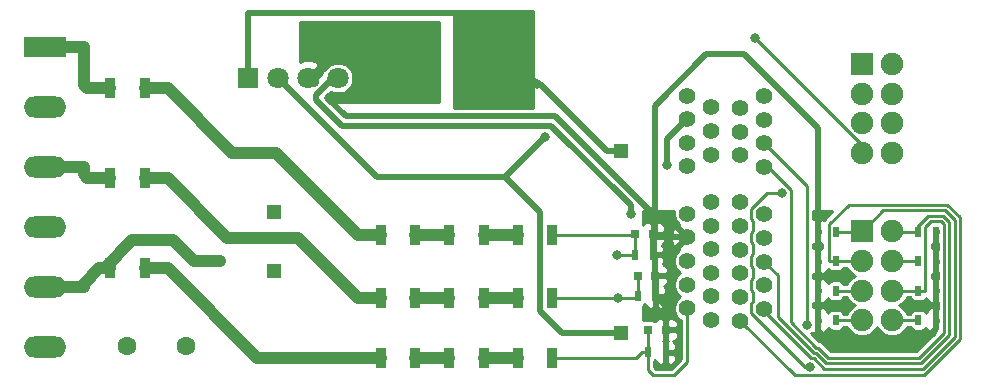
<source format=gbl>
G04 #@! TF.GenerationSoftware,KiCad,Pcbnew,(2018-02-15 revision 29b28de31)-makepkg*
G04 #@! TF.CreationDate,2019-05-03T22:38:47+03:00*
G04 #@! TF.ProjectId,din_power_atm90e26,64696E5F706F7765725F61746D393065,rev?*
G04 #@! TF.SameCoordinates,Original*
G04 #@! TF.FileFunction,Copper,L2,Bot,Signal*
G04 #@! TF.FilePolarity,Positive*
%FSLAX46Y46*%
G04 Gerber Fmt 4.6, Leading zero omitted, Abs format (unit mm)*
G04 Created by KiCad (PCBNEW (2018-02-15 revision 29b28de31)-makepkg) date 05/03/19 22:38:47*
%MOMM*%
%LPD*%
G01*
G04 APERTURE LIST*
%ADD10C,1.422400*%
%ADD11C,1.600000*%
%ADD12C,1.800000*%
%ADD13R,1.800000X1.800000*%
%ADD14R,1.308000X1.308000*%
%ADD15R,1.900000X1.900000*%
%ADD16C,1.900000*%
%ADD17O,3.600000X1.800000*%
%ADD18R,3.600000X1.800000*%
%ADD19R,0.500000X0.900000*%
%ADD20R,0.900000X1.700000*%
%ADD21R,0.800000X0.750000*%
%ADD22C,0.800000*%
%ADD23C,0.500000*%
%ADD24C,1.000000*%
%ADD25C,0.250000*%
%ADD26C,0.254000*%
G04 APERTURE END LIST*
D10*
X169378000Y-62367400D03*
X169378000Y-64367400D03*
X169378000Y-66367400D03*
X169378000Y-68367400D03*
X169378000Y-70367400D03*
X169378000Y-72367400D03*
X171378000Y-71367400D03*
X171378000Y-69367400D03*
X171378000Y-67367400D03*
X171378000Y-65367400D03*
X171378000Y-63367400D03*
X166878000Y-72317400D03*
X166878000Y-70317400D03*
X166878000Y-68317400D03*
X166878000Y-66317400D03*
X166878000Y-64317400D03*
X166878000Y-62317400D03*
X164878000Y-63317400D03*
X164878000Y-65317400D03*
X164878000Y-67317400D03*
X164878000Y-69317400D03*
X164878000Y-71317400D03*
X171378000Y-53367400D03*
X171378000Y-55367400D03*
X171378000Y-57367400D03*
X171378000Y-59367400D03*
X169378000Y-58367400D03*
X169378000Y-56367400D03*
X169378000Y-54367400D03*
X164878000Y-59317400D03*
X164878000Y-57317400D03*
X164878000Y-55317400D03*
X164878000Y-53317400D03*
X166878000Y-54317400D03*
X166878000Y-56317400D03*
X166878000Y-58317400D03*
D11*
X117450000Y-74500000D03*
X122450000Y-74500000D03*
D12*
X135310000Y-51850000D03*
X132770000Y-51850000D03*
X130230000Y-51850000D03*
D13*
X127690000Y-51850000D03*
D14*
X159288000Y-73389000D03*
X159288000Y-57989000D03*
X129888000Y-68189000D03*
X129888000Y-63189000D03*
D15*
X179705000Y-64823400D03*
D16*
X179705000Y-67323400D03*
X179705000Y-69823400D03*
X179705000Y-72323400D03*
X182205000Y-64823400D03*
X182205000Y-67323400D03*
X182205000Y-69823400D03*
X182205000Y-72323400D03*
X182205000Y-58150000D03*
X182205000Y-55650000D03*
X182205000Y-53150000D03*
X182205000Y-50650000D03*
X179705000Y-58150000D03*
X179705000Y-55650000D03*
X179705000Y-53150000D03*
D15*
X179705000Y-50650000D03*
D17*
X110490000Y-74574400D03*
X110490000Y-69494400D03*
X110490000Y-64414400D03*
X110490000Y-59334400D03*
X110490000Y-54254400D03*
D18*
X110490000Y-49174400D03*
D19*
X185950000Y-64825000D03*
X184450000Y-64825000D03*
X185950000Y-72325000D03*
X184450000Y-72325000D03*
X185950000Y-69825000D03*
X184450000Y-69825000D03*
X175950000Y-72325000D03*
X177450000Y-72325000D03*
X175950000Y-69825000D03*
X177450000Y-69825000D03*
X175950000Y-67325000D03*
X177450000Y-67325000D03*
X184450000Y-67325000D03*
X185950000Y-67325000D03*
X175950000Y-64825000D03*
X177450000Y-64825000D03*
D20*
X144750000Y-65100000D03*
X147650000Y-65100000D03*
X150550000Y-75550000D03*
X153450000Y-75550000D03*
X153450000Y-70450000D03*
X150550000Y-70450000D03*
X153450000Y-65100000D03*
X150550000Y-65100000D03*
X147650000Y-75550000D03*
X144750000Y-75550000D03*
X144750000Y-70450000D03*
X147650000Y-70450000D03*
X141850000Y-70450000D03*
X138950000Y-70450000D03*
X138950000Y-75550000D03*
X141850000Y-75550000D03*
X118950000Y-67950000D03*
X116050000Y-67950000D03*
X118950000Y-52700000D03*
X116050000Y-52700000D03*
X138950000Y-65100000D03*
X141850000Y-65100000D03*
X118950000Y-60300000D03*
X116050000Y-60300000D03*
D21*
X163050000Y-73150000D03*
X161550000Y-73150000D03*
X162000000Y-65050000D03*
X160500000Y-65050000D03*
X162200000Y-68550000D03*
X160700000Y-68550000D03*
D19*
X163050000Y-75050000D03*
X161550000Y-75050000D03*
X162000000Y-66800000D03*
X160500000Y-66800000D03*
X162200000Y-70300000D03*
X160700000Y-70300000D03*
D22*
X150000000Y-46500000D03*
X150000000Y-47750000D03*
X150000000Y-49000000D03*
X146000000Y-49000000D03*
X146000000Y-47750000D03*
X146000000Y-46500000D03*
X143250000Y-52800000D03*
X143250000Y-51575000D03*
X143250000Y-50350000D03*
X139475000Y-52675000D03*
X139475000Y-51500000D03*
X139475000Y-50325000D03*
X125368300Y-67343700D03*
X152883500Y-56809500D03*
X152178200Y-52365300D03*
X160113700Y-63317400D03*
X174997500Y-72730200D03*
X158950000Y-66850000D03*
X159000000Y-70450000D03*
X163185900Y-59225800D03*
X172926600Y-61586700D03*
X175299600Y-76275900D03*
X170649800Y-48419300D03*
D23*
X136006001Y-53300001D02*
X136760001Y-52546001D01*
X134605693Y-53291695D02*
X134613999Y-53300001D01*
X133859999Y-51153999D02*
X133859999Y-51397231D01*
X133277308Y-52357308D02*
X132770000Y-51850000D01*
X134408694Y-53488694D02*
X134605693Y-53291695D01*
X161811500Y-63188500D02*
X153681900Y-55058900D01*
X133419990Y-51837240D02*
X133419990Y-52214626D01*
X134613999Y-53300001D02*
X136006001Y-53300001D01*
X162135100Y-59239400D02*
X162135100Y-62864900D01*
X162135100Y-62864900D02*
X161811500Y-63188500D01*
X135978900Y-55058900D02*
X134408694Y-53488694D01*
X153681900Y-55058900D02*
X135978900Y-55058900D01*
X136760001Y-52546001D02*
X136760001Y-51153999D01*
X136760001Y-51153999D02*
X136006001Y-50399999D01*
X136006001Y-50399999D02*
X134613999Y-50399999D01*
X134613999Y-50399999D02*
X133859999Y-51153999D01*
X133859999Y-51397231D02*
X133419990Y-51837240D01*
X133419990Y-52214626D02*
X133277308Y-52357308D01*
D24*
X113790300Y-52390600D02*
X114099700Y-52700000D01*
X113790300Y-49174400D02*
X113790300Y-52390600D01*
X110490000Y-49174400D02*
X113790300Y-49174400D01*
X116050000Y-52700000D02*
X114099700Y-52700000D01*
X113790300Y-59990600D02*
X114099700Y-60300000D01*
X113790300Y-59334400D02*
X113790300Y-59990600D01*
X116050000Y-60300000D02*
X114099700Y-60300000D01*
X110490000Y-59334400D02*
X113790300Y-59334400D01*
X113790300Y-69234600D02*
X115074900Y-67950000D01*
X113790300Y-69494400D02*
X113790300Y-69234600D01*
X110490000Y-69494400D02*
X113790300Y-69494400D01*
X116050000Y-67950000D02*
X115562500Y-67950000D01*
X115562500Y-67950000D02*
X115074900Y-67950000D01*
X123123000Y-67343700D02*
X125368300Y-67343700D01*
X121337000Y-65557700D02*
X123123000Y-67343700D01*
X117878900Y-65557700D02*
X121337000Y-65557700D01*
X115562500Y-67874100D02*
X117878900Y-65557700D01*
X115562500Y-67950000D02*
X115562500Y-67874100D01*
D23*
X185950000Y-73075000D02*
X185950000Y-72325000D01*
X184200000Y-74825000D02*
X185950000Y-73075000D01*
X177500000Y-74825000D02*
X184200000Y-74825000D01*
X175950000Y-73275000D02*
X177500000Y-74825000D01*
X175950000Y-72325000D02*
X175950000Y-73275000D01*
X185950000Y-69825000D02*
X185950000Y-72325000D01*
X185950000Y-67325000D02*
X185950000Y-69825000D01*
X185950000Y-64825000D02*
X185950000Y-67325000D01*
X175950000Y-69825000D02*
X175950000Y-67325000D01*
X175950000Y-72325000D02*
X175950000Y-69825000D01*
X163050000Y-73150000D02*
X163050000Y-75050000D01*
X163050000Y-71150000D02*
X163050000Y-73150000D01*
X162200000Y-70300000D02*
X163050000Y-71150000D01*
X162200000Y-70300000D02*
X162200000Y-68550000D01*
X162200000Y-67000000D02*
X162000000Y-66800000D01*
X162200000Y-68550000D02*
X162200000Y-67000000D01*
X162000000Y-66800000D02*
X162000000Y-65050000D01*
X175950000Y-67325000D02*
X175950000Y-64825000D01*
X162267000Y-65317400D02*
X162135100Y-65185300D01*
X164878000Y-65317400D02*
X162267000Y-65317400D01*
X162135100Y-65185300D02*
X162000000Y-65050000D01*
X162135100Y-54187200D02*
X162135100Y-59239400D01*
X166487100Y-49835200D02*
X162135100Y-54187200D01*
X169692700Y-49835200D02*
X166487100Y-49835200D01*
X175950000Y-56092500D02*
X169692700Y-49835200D01*
X175950000Y-64825000D02*
X175950000Y-56092500D01*
X162135100Y-59239400D02*
X162135100Y-65185300D01*
X138608700Y-60228700D02*
X130230000Y-51850000D01*
X149464300Y-60228700D02*
X138608700Y-60228700D01*
X152883500Y-56809500D02*
X149464300Y-60228700D01*
X154266000Y-73389000D02*
X159288000Y-73389000D01*
X152449600Y-71572600D02*
X154266000Y-73389000D01*
X152449600Y-63214000D02*
X152449600Y-71572600D01*
X149464300Y-60228700D02*
X152449600Y-63214000D01*
X146137900Y-46325000D02*
X127690000Y-46325000D01*
X152178200Y-52365300D02*
X146137900Y-46325000D01*
X127690000Y-46325000D02*
X127690000Y-51850000D01*
X159288000Y-57989000D02*
X158083700Y-57989000D01*
X152460000Y-52365300D02*
X152178200Y-52365300D01*
X158083700Y-57989000D02*
X152460000Y-52365300D01*
X153350300Y-55859200D02*
X135647814Y-55859200D01*
X160113700Y-62622600D02*
X153350300Y-55859200D01*
X160113700Y-63317400D02*
X160113700Y-62622600D01*
X133466001Y-53300001D02*
X134916002Y-51850000D01*
X134916002Y-51850000D02*
X135310000Y-51850000D01*
X133466001Y-53677387D02*
X133466001Y-53300001D01*
X135647814Y-55859200D02*
X133466001Y-53677387D01*
D25*
X179703000Y-64825000D02*
X179704000Y-64824200D01*
X177450000Y-64825000D02*
X179703000Y-64825000D01*
X179704000Y-64824200D02*
X179705000Y-64823400D01*
X171378000Y-71560400D02*
X171378000Y-71367400D01*
X175368200Y-75550600D02*
X171378000Y-71560400D01*
X175600100Y-75550600D02*
X175368200Y-75550600D01*
X176476400Y-76426900D02*
X175600100Y-75550600D01*
X184868300Y-76426900D02*
X176476400Y-76426900D01*
X187542700Y-73752500D02*
X184868300Y-76426900D01*
X187542700Y-63818100D02*
X187542700Y-73752500D01*
X186750900Y-63026300D02*
X187542700Y-63818100D01*
X181501900Y-63026300D02*
X186750900Y-63026300D01*
X179704000Y-64824200D02*
X181501900Y-63026300D01*
X179703000Y-67325000D02*
X179705000Y-67323400D01*
X177450000Y-67325000D02*
X179703000Y-67325000D01*
X177450000Y-67325000D02*
X176874700Y-67325000D01*
X176874700Y-64217200D02*
X176874700Y-67325000D01*
X178544700Y-62547200D02*
X176874700Y-64217200D01*
X186916100Y-62547200D02*
X178544700Y-62547200D01*
X188000300Y-63631400D02*
X186916100Y-62547200D01*
X188000300Y-73933200D02*
X188000300Y-63631400D01*
X184932300Y-77001200D02*
X188000300Y-73933200D01*
X174011800Y-77001200D02*
X184932300Y-77001200D01*
X169378000Y-72367400D02*
X174011800Y-77001200D01*
X184450000Y-64825000D02*
X184355200Y-64825000D01*
X182207000Y-64825000D02*
X182205000Y-64823400D01*
X184355200Y-64825000D02*
X182207000Y-64825000D01*
X172535600Y-68525000D02*
X171378000Y-67367400D01*
X172535600Y-72037200D02*
X172535600Y-68525000D01*
X175598700Y-75100300D02*
X172535600Y-72037200D01*
X175786700Y-75100300D02*
X175598700Y-75100300D01*
X176662400Y-75976000D02*
X175786700Y-75100300D01*
X184682300Y-75976000D02*
X176662400Y-75976000D01*
X187092400Y-73565900D02*
X184682300Y-75976000D01*
X187092400Y-64004700D02*
X187092400Y-73565900D01*
X186564300Y-63476600D02*
X187092400Y-64004700D01*
X185305500Y-63476600D02*
X186564300Y-63476600D01*
X184355200Y-64426900D02*
X185305500Y-63476600D01*
X184355200Y-64825000D02*
X184355200Y-64426900D01*
X182207000Y-67325000D02*
X182205000Y-67323400D01*
X184450000Y-67325000D02*
X182207000Y-67325000D01*
X179703000Y-69825000D02*
X179705000Y-69823400D01*
X177450000Y-69825000D02*
X179703000Y-69825000D01*
X182207000Y-69825000D02*
X182205000Y-69823400D01*
X184450000Y-69825000D02*
X182207000Y-69825000D01*
X184450000Y-69825000D02*
X185025300Y-69825000D01*
X171733100Y-59367400D02*
X171378000Y-59367400D01*
X173651900Y-61286200D02*
X171733100Y-59367400D01*
X173651900Y-72480500D02*
X173651900Y-61286200D01*
X175821400Y-74650000D02*
X173651900Y-72480500D01*
X175973300Y-74650000D02*
X175821400Y-74650000D01*
X176834900Y-75511600D02*
X175973300Y-74650000D01*
X184509800Y-75511600D02*
X176834900Y-75511600D01*
X186642100Y-73379300D02*
X184509800Y-75511600D01*
X186642100Y-64191300D02*
X186642100Y-73379300D01*
X186377700Y-63926900D02*
X186642100Y-64191300D01*
X185534400Y-63926900D02*
X186377700Y-63926900D01*
X185025300Y-64436000D02*
X185534400Y-63926900D01*
X185025300Y-69825000D02*
X185025300Y-64436000D01*
X182207000Y-72325000D02*
X182205000Y-72323400D01*
X184450000Y-72325000D02*
X182207000Y-72325000D01*
X174997500Y-60986900D02*
X174997500Y-72730200D01*
X171378000Y-57367400D02*
X174997500Y-60986900D01*
X179703000Y-72325000D02*
X179705000Y-72323400D01*
X177450000Y-72325000D02*
X179703000Y-72325000D01*
X160500000Y-66800000D02*
X160500000Y-65050000D01*
X160450000Y-66850000D02*
X160500000Y-66800000D01*
X158950000Y-66850000D02*
X160450000Y-66850000D01*
X160450000Y-65100000D02*
X160500000Y-65050000D01*
X153450000Y-65100000D02*
X160450000Y-65100000D01*
X161550000Y-76550000D02*
X161550000Y-75050000D01*
X162000000Y-77000000D02*
X161550000Y-76550000D01*
X163750000Y-77000000D02*
X162000000Y-77000000D01*
X164878000Y-75872000D02*
X163750000Y-77000000D01*
X164878000Y-71317400D02*
X164878000Y-75872000D01*
X161550000Y-75050000D02*
X161550000Y-73150000D01*
X159350000Y-75550000D02*
X159475000Y-75550000D01*
X153450000Y-75550000D02*
X159350000Y-75550000D01*
X160550000Y-75550000D02*
X159475000Y-75550000D01*
X161050000Y-75050000D02*
X160550000Y-75550000D01*
X161550000Y-75050000D02*
X161050000Y-75050000D01*
X159475000Y-75550000D02*
X159350000Y-75550000D01*
X160675000Y-68575000D02*
X160700000Y-68550000D01*
X160700000Y-70300000D02*
X160700000Y-68550000D01*
X153450000Y-70450000D02*
X159000000Y-70450000D01*
X160550000Y-70450000D02*
X160700000Y-70300000D01*
X159000000Y-70450000D02*
X160550000Y-70450000D01*
D23*
X163185900Y-57009500D02*
X164878000Y-55317400D01*
X163185900Y-59225800D02*
X163185900Y-57009500D01*
D24*
X120900300Y-52700000D02*
X126350300Y-58150000D01*
X118950000Y-52700000D02*
X120900300Y-52700000D01*
X126350300Y-58150000D02*
X130049700Y-58150000D01*
X130049700Y-58150000D02*
X136999700Y-65100000D01*
X136999700Y-65100000D02*
X138950000Y-65100000D01*
X141850000Y-65100000D02*
X144750000Y-65100000D01*
X141850000Y-75550000D02*
X144750000Y-75550000D01*
X128500300Y-75550000D02*
X138950000Y-75550000D01*
X120900300Y-67950000D02*
X128500300Y-75550000D01*
X118950000Y-67950000D02*
X120900300Y-67950000D01*
X131893100Y-65343400D02*
X136999700Y-70450000D01*
X125943700Y-65343400D02*
X131893100Y-65343400D01*
X120900300Y-60300000D02*
X125943700Y-65343400D01*
X118950000Y-60300000D02*
X120900300Y-60300000D01*
X138950000Y-70450000D02*
X136999700Y-70450000D01*
X147650000Y-75550000D02*
X150550000Y-75550000D01*
X141850000Y-70450000D02*
X144750000Y-70450000D01*
X147650000Y-65100000D02*
X150550000Y-65100000D01*
X147650000Y-70450000D02*
X150550000Y-70450000D01*
D25*
X174820600Y-76275900D02*
X175299600Y-76275900D01*
X170289900Y-71745200D02*
X174820600Y-76275900D01*
X170289900Y-70921500D02*
X170289900Y-71745200D01*
X170466100Y-70745300D02*
X170289900Y-70921500D01*
X170466100Y-69921400D02*
X170466100Y-70745300D01*
X170289900Y-69745200D02*
X170466100Y-69921400D01*
X170289900Y-68921500D02*
X170289900Y-69745200D01*
X170466100Y-68745300D02*
X170289900Y-68921500D01*
X170466100Y-67921400D02*
X170466100Y-68745300D01*
X170289900Y-67745200D02*
X170466100Y-67921400D01*
X170289900Y-66921500D02*
X170289900Y-67745200D01*
X170466100Y-66745300D02*
X170289900Y-66921500D01*
X170466100Y-65921400D02*
X170466100Y-66745300D01*
X170289900Y-65745200D02*
X170466100Y-65921400D01*
X170289900Y-64921500D02*
X170289900Y-65745200D01*
X170466100Y-64745300D02*
X170289900Y-64921500D01*
X170466100Y-63921400D02*
X170466100Y-64745300D01*
X170289900Y-63745200D02*
X170466100Y-63921400D01*
X170289900Y-62921500D02*
X170289900Y-63745200D01*
X171624700Y-61586700D02*
X170289900Y-62921500D01*
X172926600Y-61586700D02*
X171624700Y-61586700D01*
X179705000Y-57474500D02*
X170649800Y-48419300D01*
X179705000Y-58150000D02*
X179705000Y-57474500D01*
D26*
G36*
X163739800Y-63543802D02*
X163913080Y-63962139D01*
X164158596Y-64207655D01*
X164114210Y-64374005D01*
X164878000Y-65137795D01*
X164892143Y-65123653D01*
X165071748Y-65303258D01*
X165057605Y-65317400D01*
X165071748Y-65331543D01*
X164892143Y-65511148D01*
X164878000Y-65497005D01*
X164114210Y-66260795D01*
X164158596Y-66427145D01*
X163913080Y-66672661D01*
X163739800Y-67090998D01*
X163739800Y-67543802D01*
X163913080Y-67962139D01*
X164233261Y-68282320D01*
X164317952Y-68317400D01*
X164233261Y-68352480D01*
X163913080Y-68672661D01*
X163739800Y-69090998D01*
X163739800Y-69543802D01*
X163913080Y-69962139D01*
X164233261Y-70282320D01*
X164317952Y-70317400D01*
X164233261Y-70352480D01*
X163913080Y-70672661D01*
X163739800Y-71090998D01*
X163739800Y-71543802D01*
X163913080Y-71962139D01*
X164233261Y-72282320D01*
X164326000Y-72320734D01*
X164326001Y-75643353D01*
X163521355Y-76448000D01*
X162228646Y-76448000D01*
X162102000Y-76321355D01*
X162102000Y-75811759D01*
X162107850Y-75807850D01*
X162189549Y-75685577D01*
X162261673Y-75859699D01*
X162440302Y-76038327D01*
X162673691Y-76135000D01*
X162766250Y-76135000D01*
X162925000Y-75976250D01*
X162925000Y-75177000D01*
X163175000Y-75177000D01*
X163175000Y-75976250D01*
X163333750Y-76135000D01*
X163426309Y-76135000D01*
X163659698Y-76038327D01*
X163838327Y-75859699D01*
X163935000Y-75626310D01*
X163935000Y-75335750D01*
X163776250Y-75177000D01*
X163175000Y-75177000D01*
X162925000Y-75177000D01*
X162903000Y-75177000D01*
X162903000Y-74923000D01*
X162925000Y-74923000D01*
X162925000Y-74123750D01*
X163175000Y-74123750D01*
X163175000Y-74923000D01*
X163776250Y-74923000D01*
X163935000Y-74764250D01*
X163935000Y-74473690D01*
X163838327Y-74240301D01*
X163704802Y-74106776D01*
X163809698Y-74063327D01*
X163988327Y-73884699D01*
X164085000Y-73651310D01*
X164085000Y-73435750D01*
X163926250Y-73277000D01*
X163177000Y-73277000D01*
X163177000Y-74001250D01*
X163237250Y-74061500D01*
X163175000Y-74123750D01*
X162925000Y-74123750D01*
X162862750Y-74061500D01*
X162923000Y-74001250D01*
X162923000Y-73277000D01*
X162903000Y-73277000D01*
X162903000Y-73023000D01*
X162923000Y-73023000D01*
X162923000Y-72298750D01*
X163177000Y-72298750D01*
X163177000Y-73023000D01*
X163926250Y-73023000D01*
X164085000Y-72864250D01*
X164085000Y-72648690D01*
X163988327Y-72415301D01*
X163809698Y-72236673D01*
X163576309Y-72140000D01*
X163335750Y-72140000D01*
X163177000Y-72298750D01*
X162923000Y-72298750D01*
X162764250Y-72140000D01*
X162523691Y-72140000D01*
X162290302Y-72236673D01*
X162139142Y-72387832D01*
X162116607Y-72372775D01*
X161950000Y-72339635D01*
X161150000Y-72339635D01*
X161127000Y-72344210D01*
X161127000Y-71145281D01*
X161257850Y-71057850D01*
X161339549Y-70935577D01*
X161411673Y-71109699D01*
X161590302Y-71288327D01*
X161823691Y-71385000D01*
X161916250Y-71385000D01*
X162075000Y-71226250D01*
X162075000Y-70427000D01*
X162325000Y-70427000D01*
X162325000Y-71226250D01*
X162483750Y-71385000D01*
X162576309Y-71385000D01*
X162809698Y-71288327D01*
X162988327Y-71109699D01*
X163085000Y-70876310D01*
X163085000Y-70585750D01*
X162926250Y-70427000D01*
X162325000Y-70427000D01*
X162075000Y-70427000D01*
X162053000Y-70427000D01*
X162053000Y-70173000D01*
X162075000Y-70173000D01*
X162075000Y-69373750D01*
X162325000Y-69373750D01*
X162325000Y-70173000D01*
X162926250Y-70173000D01*
X163085000Y-70014250D01*
X163085000Y-69723690D01*
X162988327Y-69490301D01*
X162960525Y-69462500D01*
X163138327Y-69284699D01*
X163235000Y-69051310D01*
X163235000Y-68835750D01*
X163076250Y-68677000D01*
X162327000Y-68677000D01*
X162327000Y-69371750D01*
X162325000Y-69373750D01*
X162075000Y-69373750D01*
X162073000Y-69371750D01*
X162073000Y-68677000D01*
X162053000Y-68677000D01*
X162053000Y-68423000D01*
X162073000Y-68423000D01*
X162073000Y-68403000D01*
X162327000Y-68403000D01*
X162327000Y-68423000D01*
X163076250Y-68423000D01*
X163235000Y-68264250D01*
X163235000Y-68048690D01*
X163138327Y-67815301D01*
X162959698Y-67636673D01*
X162803887Y-67572134D01*
X162885000Y-67376310D01*
X162885000Y-67085750D01*
X162726250Y-66927000D01*
X162125000Y-66927000D01*
X162125000Y-66947000D01*
X161875000Y-66947000D01*
X161875000Y-66927000D01*
X161853000Y-66927000D01*
X161853000Y-66673000D01*
X161875000Y-66673000D01*
X161875000Y-65873750D01*
X162125000Y-65873750D01*
X162125000Y-66673000D01*
X162726250Y-66673000D01*
X162885000Y-66514250D01*
X162885000Y-66223690D01*
X162788327Y-65990301D01*
X162760525Y-65962500D01*
X162938327Y-65784699D01*
X163035000Y-65551310D01*
X163035000Y-65335750D01*
X162876250Y-65177000D01*
X162127000Y-65177000D01*
X162127000Y-65871750D01*
X162125000Y-65873750D01*
X161875000Y-65873750D01*
X161873000Y-65871750D01*
X161873000Y-65177000D01*
X161853000Y-65177000D01*
X161853000Y-65121845D01*
X163519428Y-65121845D01*
X163548007Y-65656633D01*
X163697679Y-66017973D01*
X163934605Y-66081190D01*
X164698395Y-65317400D01*
X163934605Y-64553610D01*
X163697679Y-64616827D01*
X163519428Y-65121845D01*
X161853000Y-65121845D01*
X161853000Y-64923000D01*
X161873000Y-64923000D01*
X161873000Y-64198750D01*
X162127000Y-64198750D01*
X162127000Y-64923000D01*
X162876250Y-64923000D01*
X163035000Y-64764250D01*
X163035000Y-64548690D01*
X162938327Y-64315301D01*
X162759698Y-64136673D01*
X162526309Y-64040000D01*
X162285750Y-64040000D01*
X162127000Y-64198750D01*
X161873000Y-64198750D01*
X161714250Y-64040000D01*
X161473691Y-64040000D01*
X161240302Y-64136673D01*
X161127000Y-64249974D01*
X161127000Y-63127000D01*
X163739800Y-63127000D01*
X163739800Y-63543802D01*
X163739800Y-63543802D01*
G37*
X163739800Y-63543802D02*
X163913080Y-63962139D01*
X164158596Y-64207655D01*
X164114210Y-64374005D01*
X164878000Y-65137795D01*
X164892143Y-65123653D01*
X165071748Y-65303258D01*
X165057605Y-65317400D01*
X165071748Y-65331543D01*
X164892143Y-65511148D01*
X164878000Y-65497005D01*
X164114210Y-66260795D01*
X164158596Y-66427145D01*
X163913080Y-66672661D01*
X163739800Y-67090998D01*
X163739800Y-67543802D01*
X163913080Y-67962139D01*
X164233261Y-68282320D01*
X164317952Y-68317400D01*
X164233261Y-68352480D01*
X163913080Y-68672661D01*
X163739800Y-69090998D01*
X163739800Y-69543802D01*
X163913080Y-69962139D01*
X164233261Y-70282320D01*
X164317952Y-70317400D01*
X164233261Y-70352480D01*
X163913080Y-70672661D01*
X163739800Y-71090998D01*
X163739800Y-71543802D01*
X163913080Y-71962139D01*
X164233261Y-72282320D01*
X164326000Y-72320734D01*
X164326001Y-75643353D01*
X163521355Y-76448000D01*
X162228646Y-76448000D01*
X162102000Y-76321355D01*
X162102000Y-75811759D01*
X162107850Y-75807850D01*
X162189549Y-75685577D01*
X162261673Y-75859699D01*
X162440302Y-76038327D01*
X162673691Y-76135000D01*
X162766250Y-76135000D01*
X162925000Y-75976250D01*
X162925000Y-75177000D01*
X163175000Y-75177000D01*
X163175000Y-75976250D01*
X163333750Y-76135000D01*
X163426309Y-76135000D01*
X163659698Y-76038327D01*
X163838327Y-75859699D01*
X163935000Y-75626310D01*
X163935000Y-75335750D01*
X163776250Y-75177000D01*
X163175000Y-75177000D01*
X162925000Y-75177000D01*
X162903000Y-75177000D01*
X162903000Y-74923000D01*
X162925000Y-74923000D01*
X162925000Y-74123750D01*
X163175000Y-74123750D01*
X163175000Y-74923000D01*
X163776250Y-74923000D01*
X163935000Y-74764250D01*
X163935000Y-74473690D01*
X163838327Y-74240301D01*
X163704802Y-74106776D01*
X163809698Y-74063327D01*
X163988327Y-73884699D01*
X164085000Y-73651310D01*
X164085000Y-73435750D01*
X163926250Y-73277000D01*
X163177000Y-73277000D01*
X163177000Y-74001250D01*
X163237250Y-74061500D01*
X163175000Y-74123750D01*
X162925000Y-74123750D01*
X162862750Y-74061500D01*
X162923000Y-74001250D01*
X162923000Y-73277000D01*
X162903000Y-73277000D01*
X162903000Y-73023000D01*
X162923000Y-73023000D01*
X162923000Y-72298750D01*
X163177000Y-72298750D01*
X163177000Y-73023000D01*
X163926250Y-73023000D01*
X164085000Y-72864250D01*
X164085000Y-72648690D01*
X163988327Y-72415301D01*
X163809698Y-72236673D01*
X163576309Y-72140000D01*
X163335750Y-72140000D01*
X163177000Y-72298750D01*
X162923000Y-72298750D01*
X162764250Y-72140000D01*
X162523691Y-72140000D01*
X162290302Y-72236673D01*
X162139142Y-72387832D01*
X162116607Y-72372775D01*
X161950000Y-72339635D01*
X161150000Y-72339635D01*
X161127000Y-72344210D01*
X161127000Y-71145281D01*
X161257850Y-71057850D01*
X161339549Y-70935577D01*
X161411673Y-71109699D01*
X161590302Y-71288327D01*
X161823691Y-71385000D01*
X161916250Y-71385000D01*
X162075000Y-71226250D01*
X162075000Y-70427000D01*
X162325000Y-70427000D01*
X162325000Y-71226250D01*
X162483750Y-71385000D01*
X162576309Y-71385000D01*
X162809698Y-71288327D01*
X162988327Y-71109699D01*
X163085000Y-70876310D01*
X163085000Y-70585750D01*
X162926250Y-70427000D01*
X162325000Y-70427000D01*
X162075000Y-70427000D01*
X162053000Y-70427000D01*
X162053000Y-70173000D01*
X162075000Y-70173000D01*
X162075000Y-69373750D01*
X162325000Y-69373750D01*
X162325000Y-70173000D01*
X162926250Y-70173000D01*
X163085000Y-70014250D01*
X163085000Y-69723690D01*
X162988327Y-69490301D01*
X162960525Y-69462500D01*
X163138327Y-69284699D01*
X163235000Y-69051310D01*
X163235000Y-68835750D01*
X163076250Y-68677000D01*
X162327000Y-68677000D01*
X162327000Y-69371750D01*
X162325000Y-69373750D01*
X162075000Y-69373750D01*
X162073000Y-69371750D01*
X162073000Y-68677000D01*
X162053000Y-68677000D01*
X162053000Y-68423000D01*
X162073000Y-68423000D01*
X162073000Y-68403000D01*
X162327000Y-68403000D01*
X162327000Y-68423000D01*
X163076250Y-68423000D01*
X163235000Y-68264250D01*
X163235000Y-68048690D01*
X163138327Y-67815301D01*
X162959698Y-67636673D01*
X162803887Y-67572134D01*
X162885000Y-67376310D01*
X162885000Y-67085750D01*
X162726250Y-66927000D01*
X162125000Y-66927000D01*
X162125000Y-66947000D01*
X161875000Y-66947000D01*
X161875000Y-66927000D01*
X161853000Y-66927000D01*
X161853000Y-66673000D01*
X161875000Y-66673000D01*
X161875000Y-65873750D01*
X162125000Y-65873750D01*
X162125000Y-66673000D01*
X162726250Y-66673000D01*
X162885000Y-66514250D01*
X162885000Y-66223690D01*
X162788327Y-65990301D01*
X162760525Y-65962500D01*
X162938327Y-65784699D01*
X163035000Y-65551310D01*
X163035000Y-65335750D01*
X162876250Y-65177000D01*
X162127000Y-65177000D01*
X162127000Y-65871750D01*
X162125000Y-65873750D01*
X161875000Y-65873750D01*
X161873000Y-65871750D01*
X161873000Y-65177000D01*
X161853000Y-65177000D01*
X161853000Y-65121845D01*
X163519428Y-65121845D01*
X163548007Y-65656633D01*
X163697679Y-66017973D01*
X163934605Y-66081190D01*
X164698395Y-65317400D01*
X163934605Y-64553610D01*
X163697679Y-64616827D01*
X163519428Y-65121845D01*
X161853000Y-65121845D01*
X161853000Y-64923000D01*
X161873000Y-64923000D01*
X161873000Y-64198750D01*
X162127000Y-64198750D01*
X162127000Y-64923000D01*
X162876250Y-64923000D01*
X163035000Y-64764250D01*
X163035000Y-64548690D01*
X162938327Y-64315301D01*
X162759698Y-64136673D01*
X162526309Y-64040000D01*
X162285750Y-64040000D01*
X162127000Y-64198750D01*
X161873000Y-64198750D01*
X161714250Y-64040000D01*
X161473691Y-64040000D01*
X161240302Y-64136673D01*
X161127000Y-64249974D01*
X161127000Y-63127000D01*
X163739800Y-63127000D01*
X163739800Y-63543802D01*
G36*
X176522823Y-63788432D02*
X176492365Y-63808783D01*
X176326309Y-63740000D01*
X176233750Y-63740000D01*
X176075000Y-63898750D01*
X176075000Y-64698000D01*
X176097000Y-64698000D01*
X176097000Y-64952000D01*
X176075000Y-64952000D01*
X176075000Y-65751250D01*
X176233750Y-65910000D01*
X176322701Y-65910000D01*
X176322701Y-66240000D01*
X176233750Y-66240000D01*
X176075000Y-66398750D01*
X176075000Y-67198000D01*
X176097000Y-67198000D01*
X176097000Y-67452000D01*
X176075000Y-67452000D01*
X176075000Y-68251250D01*
X176233750Y-68410000D01*
X176326309Y-68410000D01*
X176559698Y-68313327D01*
X176738327Y-68134699D01*
X176810451Y-67960577D01*
X176892150Y-68082850D01*
X177033393Y-68177225D01*
X177200000Y-68210365D01*
X177700000Y-68210365D01*
X177866607Y-68177225D01*
X178007850Y-68082850D01*
X178102225Y-67941607D01*
X178115076Y-67877000D01*
X178443855Y-67877000D01*
X178537636Y-68103408D01*
X178924992Y-68490764D01*
X179124493Y-68573400D01*
X178924992Y-68656036D01*
X178537636Y-69043392D01*
X178442529Y-69273000D01*
X178115076Y-69273000D01*
X178102225Y-69208393D01*
X178007850Y-69067150D01*
X177866607Y-68972775D01*
X177700000Y-68939635D01*
X177200000Y-68939635D01*
X177033393Y-68972775D01*
X176892150Y-69067150D01*
X176810451Y-69189423D01*
X176738327Y-69015301D01*
X176559698Y-68836673D01*
X176326309Y-68740000D01*
X176233750Y-68740000D01*
X176075000Y-68898750D01*
X176075000Y-69698000D01*
X176097000Y-69698000D01*
X176097000Y-69952000D01*
X176075000Y-69952000D01*
X176075000Y-70751250D01*
X176233750Y-70910000D01*
X176326309Y-70910000D01*
X176559698Y-70813327D01*
X176738327Y-70634699D01*
X176810451Y-70460577D01*
X176892150Y-70582850D01*
X177033393Y-70677225D01*
X177200000Y-70710365D01*
X177700000Y-70710365D01*
X177866607Y-70677225D01*
X178007850Y-70582850D01*
X178102225Y-70441607D01*
X178115076Y-70377000D01*
X178443855Y-70377000D01*
X178537636Y-70603408D01*
X178924992Y-70990764D01*
X179124493Y-71073400D01*
X178924992Y-71156036D01*
X178537636Y-71543392D01*
X178442529Y-71773000D01*
X178115076Y-71773000D01*
X178102225Y-71708393D01*
X178007850Y-71567150D01*
X177866607Y-71472775D01*
X177700000Y-71439635D01*
X177200000Y-71439635D01*
X177033393Y-71472775D01*
X176892150Y-71567150D01*
X176810451Y-71689423D01*
X176738327Y-71515301D01*
X176559698Y-71336673D01*
X176326309Y-71240000D01*
X176233750Y-71240000D01*
X176075000Y-71398750D01*
X176075000Y-72198000D01*
X176097000Y-72198000D01*
X176097000Y-72452000D01*
X176075000Y-72452000D01*
X176075000Y-73251250D01*
X176233750Y-73410000D01*
X176326309Y-73410000D01*
X176559698Y-73313327D01*
X176738327Y-73134699D01*
X176810451Y-72960577D01*
X176892150Y-73082850D01*
X177033393Y-73177225D01*
X177200000Y-73210365D01*
X177700000Y-73210365D01*
X177866607Y-73177225D01*
X178007850Y-73082850D01*
X178102225Y-72941607D01*
X178115076Y-72877000D01*
X178443855Y-72877000D01*
X178537636Y-73103408D01*
X178924992Y-73490764D01*
X179431098Y-73700400D01*
X179978902Y-73700400D01*
X180485008Y-73490764D01*
X180872364Y-73103408D01*
X180955000Y-72903907D01*
X181037636Y-73103408D01*
X181424992Y-73490764D01*
X181931098Y-73700400D01*
X182478902Y-73700400D01*
X182985008Y-73490764D01*
X183372364Y-73103408D01*
X183466145Y-72877000D01*
X183784924Y-72877000D01*
X183797775Y-72941607D01*
X183892150Y-73082850D01*
X184033393Y-73177225D01*
X184200000Y-73210365D01*
X184700000Y-73210365D01*
X184866607Y-73177225D01*
X185007850Y-73082850D01*
X185089549Y-72960577D01*
X185161673Y-73134699D01*
X185340302Y-73313327D01*
X185573691Y-73410000D01*
X185666250Y-73410000D01*
X185822998Y-73253252D01*
X185822998Y-73410000D01*
X185830754Y-73410000D01*
X184281155Y-74959600D01*
X177063546Y-74959600D01*
X176402068Y-74298123D01*
X176371270Y-74252030D01*
X176188680Y-74130028D01*
X176055603Y-74103557D01*
X175407540Y-73455494D01*
X175465958Y-73431297D01*
X175512572Y-73384683D01*
X175573691Y-73410000D01*
X175666250Y-73410000D01*
X175825000Y-73251250D01*
X175825000Y-72452000D01*
X175803000Y-72452000D01*
X175803000Y-72198000D01*
X175825000Y-72198000D01*
X175825000Y-71398750D01*
X175666250Y-71240000D01*
X175573691Y-71240000D01*
X175549500Y-71250020D01*
X175549500Y-70899980D01*
X175573691Y-70910000D01*
X175666250Y-70910000D01*
X175825000Y-70751250D01*
X175825000Y-69952000D01*
X175803000Y-69952000D01*
X175803000Y-69698000D01*
X175825000Y-69698000D01*
X175825000Y-68898750D01*
X175666250Y-68740000D01*
X175573691Y-68740000D01*
X175549500Y-68750020D01*
X175549500Y-68399980D01*
X175573691Y-68410000D01*
X175666250Y-68410000D01*
X175825000Y-68251250D01*
X175825000Y-67452000D01*
X175803000Y-67452000D01*
X175803000Y-67198000D01*
X175825000Y-67198000D01*
X175825000Y-66398750D01*
X175666250Y-66240000D01*
X175573691Y-66240000D01*
X175549500Y-66250020D01*
X175549500Y-65899980D01*
X175573691Y-65910000D01*
X175666250Y-65910000D01*
X175825000Y-65751250D01*
X175825000Y-64952000D01*
X175803000Y-64952000D01*
X175803000Y-64698000D01*
X175825000Y-64698000D01*
X175825000Y-63898750D01*
X175666250Y-63740000D01*
X175573691Y-63740000D01*
X175549500Y-63750020D01*
X175549500Y-63127000D01*
X177184255Y-63127000D01*
X176522823Y-63788432D01*
X176522823Y-63788432D01*
G37*
X176522823Y-63788432D02*
X176492365Y-63808783D01*
X176326309Y-63740000D01*
X176233750Y-63740000D01*
X176075000Y-63898750D01*
X176075000Y-64698000D01*
X176097000Y-64698000D01*
X176097000Y-64952000D01*
X176075000Y-64952000D01*
X176075000Y-65751250D01*
X176233750Y-65910000D01*
X176322701Y-65910000D01*
X176322701Y-66240000D01*
X176233750Y-66240000D01*
X176075000Y-66398750D01*
X176075000Y-67198000D01*
X176097000Y-67198000D01*
X176097000Y-67452000D01*
X176075000Y-67452000D01*
X176075000Y-68251250D01*
X176233750Y-68410000D01*
X176326309Y-68410000D01*
X176559698Y-68313327D01*
X176738327Y-68134699D01*
X176810451Y-67960577D01*
X176892150Y-68082850D01*
X177033393Y-68177225D01*
X177200000Y-68210365D01*
X177700000Y-68210365D01*
X177866607Y-68177225D01*
X178007850Y-68082850D01*
X178102225Y-67941607D01*
X178115076Y-67877000D01*
X178443855Y-67877000D01*
X178537636Y-68103408D01*
X178924992Y-68490764D01*
X179124493Y-68573400D01*
X178924992Y-68656036D01*
X178537636Y-69043392D01*
X178442529Y-69273000D01*
X178115076Y-69273000D01*
X178102225Y-69208393D01*
X178007850Y-69067150D01*
X177866607Y-68972775D01*
X177700000Y-68939635D01*
X177200000Y-68939635D01*
X177033393Y-68972775D01*
X176892150Y-69067150D01*
X176810451Y-69189423D01*
X176738327Y-69015301D01*
X176559698Y-68836673D01*
X176326309Y-68740000D01*
X176233750Y-68740000D01*
X176075000Y-68898750D01*
X176075000Y-69698000D01*
X176097000Y-69698000D01*
X176097000Y-69952000D01*
X176075000Y-69952000D01*
X176075000Y-70751250D01*
X176233750Y-70910000D01*
X176326309Y-70910000D01*
X176559698Y-70813327D01*
X176738327Y-70634699D01*
X176810451Y-70460577D01*
X176892150Y-70582850D01*
X177033393Y-70677225D01*
X177200000Y-70710365D01*
X177700000Y-70710365D01*
X177866607Y-70677225D01*
X178007850Y-70582850D01*
X178102225Y-70441607D01*
X178115076Y-70377000D01*
X178443855Y-70377000D01*
X178537636Y-70603408D01*
X178924992Y-70990764D01*
X179124493Y-71073400D01*
X178924992Y-71156036D01*
X178537636Y-71543392D01*
X178442529Y-71773000D01*
X178115076Y-71773000D01*
X178102225Y-71708393D01*
X178007850Y-71567150D01*
X177866607Y-71472775D01*
X177700000Y-71439635D01*
X177200000Y-71439635D01*
X177033393Y-71472775D01*
X176892150Y-71567150D01*
X176810451Y-71689423D01*
X176738327Y-71515301D01*
X176559698Y-71336673D01*
X176326309Y-71240000D01*
X176233750Y-71240000D01*
X176075000Y-71398750D01*
X176075000Y-72198000D01*
X176097000Y-72198000D01*
X176097000Y-72452000D01*
X176075000Y-72452000D01*
X176075000Y-73251250D01*
X176233750Y-73410000D01*
X176326309Y-73410000D01*
X176559698Y-73313327D01*
X176738327Y-73134699D01*
X176810451Y-72960577D01*
X176892150Y-73082850D01*
X177033393Y-73177225D01*
X177200000Y-73210365D01*
X177700000Y-73210365D01*
X177866607Y-73177225D01*
X178007850Y-73082850D01*
X178102225Y-72941607D01*
X178115076Y-72877000D01*
X178443855Y-72877000D01*
X178537636Y-73103408D01*
X178924992Y-73490764D01*
X179431098Y-73700400D01*
X179978902Y-73700400D01*
X180485008Y-73490764D01*
X180872364Y-73103408D01*
X180955000Y-72903907D01*
X181037636Y-73103408D01*
X181424992Y-73490764D01*
X181931098Y-73700400D01*
X182478902Y-73700400D01*
X182985008Y-73490764D01*
X183372364Y-73103408D01*
X183466145Y-72877000D01*
X183784924Y-72877000D01*
X183797775Y-72941607D01*
X183892150Y-73082850D01*
X184033393Y-73177225D01*
X184200000Y-73210365D01*
X184700000Y-73210365D01*
X184866607Y-73177225D01*
X185007850Y-73082850D01*
X185089549Y-72960577D01*
X185161673Y-73134699D01*
X185340302Y-73313327D01*
X185573691Y-73410000D01*
X185666250Y-73410000D01*
X185822998Y-73253252D01*
X185822998Y-73410000D01*
X185830754Y-73410000D01*
X184281155Y-74959600D01*
X177063546Y-74959600D01*
X176402068Y-74298123D01*
X176371270Y-74252030D01*
X176188680Y-74130028D01*
X176055603Y-74103557D01*
X175407540Y-73455494D01*
X175465958Y-73431297D01*
X175512572Y-73384683D01*
X175573691Y-73410000D01*
X175666250Y-73410000D01*
X175825000Y-73251250D01*
X175825000Y-72452000D01*
X175803000Y-72452000D01*
X175803000Y-72198000D01*
X175825000Y-72198000D01*
X175825000Y-71398750D01*
X175666250Y-71240000D01*
X175573691Y-71240000D01*
X175549500Y-71250020D01*
X175549500Y-70899980D01*
X175573691Y-70910000D01*
X175666250Y-70910000D01*
X175825000Y-70751250D01*
X175825000Y-69952000D01*
X175803000Y-69952000D01*
X175803000Y-69698000D01*
X175825000Y-69698000D01*
X175825000Y-68898750D01*
X175666250Y-68740000D01*
X175573691Y-68740000D01*
X175549500Y-68750020D01*
X175549500Y-68399980D01*
X175573691Y-68410000D01*
X175666250Y-68410000D01*
X175825000Y-68251250D01*
X175825000Y-67452000D01*
X175803000Y-67452000D01*
X175803000Y-67198000D01*
X175825000Y-67198000D01*
X175825000Y-66398750D01*
X175666250Y-66240000D01*
X175573691Y-66240000D01*
X175549500Y-66250020D01*
X175549500Y-65899980D01*
X175573691Y-65910000D01*
X175666250Y-65910000D01*
X175825000Y-65751250D01*
X175825000Y-64952000D01*
X175803000Y-64952000D01*
X175803000Y-64698000D01*
X175825000Y-64698000D01*
X175825000Y-63898750D01*
X175666250Y-63740000D01*
X175573691Y-63740000D01*
X175549500Y-63750020D01*
X175549500Y-63127000D01*
X177184255Y-63127000D01*
X176522823Y-63788432D01*
G36*
X186075000Y-64698000D02*
X186090100Y-64698000D01*
X186090100Y-64952000D01*
X186075000Y-64952000D01*
X186075000Y-65751250D01*
X186090100Y-65766350D01*
X186090100Y-66383650D01*
X186075000Y-66398750D01*
X186075000Y-67198000D01*
X186090100Y-67198000D01*
X186090100Y-67452000D01*
X186075000Y-67452000D01*
X186075000Y-68251250D01*
X186090100Y-68266350D01*
X186090101Y-68883649D01*
X186075000Y-68898750D01*
X186075000Y-69698000D01*
X186090101Y-69698000D01*
X186090101Y-69952000D01*
X186075000Y-69952000D01*
X186075000Y-70751250D01*
X186090101Y-70766351D01*
X186090101Y-71383649D01*
X186075000Y-71398750D01*
X186075000Y-72198000D01*
X186090101Y-72198000D01*
X186090101Y-72452000D01*
X186075000Y-72452000D01*
X186075000Y-72472000D01*
X185825000Y-72472000D01*
X185825000Y-72452000D01*
X185803000Y-72452000D01*
X185803000Y-72198000D01*
X185825000Y-72198000D01*
X185825000Y-71398750D01*
X185666250Y-71240000D01*
X185573691Y-71240000D01*
X185340302Y-71336673D01*
X185161673Y-71515301D01*
X185089549Y-71689423D01*
X185007850Y-71567150D01*
X184866607Y-71472775D01*
X184700000Y-71439635D01*
X184200000Y-71439635D01*
X184033393Y-71472775D01*
X183892150Y-71567150D01*
X183797775Y-71708393D01*
X183784924Y-71773000D01*
X183467471Y-71773000D01*
X183372364Y-71543392D01*
X182985008Y-71156036D01*
X182785507Y-71073400D01*
X182985008Y-70990764D01*
X183372364Y-70603408D01*
X183466145Y-70377000D01*
X183784924Y-70377000D01*
X183797775Y-70441607D01*
X183892150Y-70582850D01*
X184033393Y-70677225D01*
X184200000Y-70710365D01*
X184700000Y-70710365D01*
X184866607Y-70677225D01*
X185007850Y-70582850D01*
X185089549Y-70460577D01*
X185161673Y-70634699D01*
X185340302Y-70813327D01*
X185573691Y-70910000D01*
X185666250Y-70910000D01*
X185825000Y-70751250D01*
X185825000Y-69952000D01*
X185803000Y-69952000D01*
X185803000Y-69698000D01*
X185825000Y-69698000D01*
X185825000Y-68898750D01*
X185666250Y-68740000D01*
X185577300Y-68740000D01*
X185577300Y-68410000D01*
X185666250Y-68410000D01*
X185825000Y-68251250D01*
X185825000Y-67452000D01*
X185803000Y-67452000D01*
X185803000Y-67198000D01*
X185825000Y-67198000D01*
X185825000Y-66398750D01*
X185666250Y-66240000D01*
X185577300Y-66240000D01*
X185577300Y-65910000D01*
X185666250Y-65910000D01*
X185825000Y-65751250D01*
X185825000Y-64952000D01*
X185803000Y-64952000D01*
X185803000Y-64698000D01*
X185825000Y-64698000D01*
X185825000Y-64678000D01*
X186075000Y-64678000D01*
X186075000Y-64698000D01*
X186075000Y-64698000D01*
G37*
X186075000Y-64698000D02*
X186090100Y-64698000D01*
X186090100Y-64952000D01*
X186075000Y-64952000D01*
X186075000Y-65751250D01*
X186090100Y-65766350D01*
X186090100Y-66383650D01*
X186075000Y-66398750D01*
X186075000Y-67198000D01*
X186090100Y-67198000D01*
X186090100Y-67452000D01*
X186075000Y-67452000D01*
X186075000Y-68251250D01*
X186090100Y-68266350D01*
X186090101Y-68883649D01*
X186075000Y-68898750D01*
X186075000Y-69698000D01*
X186090101Y-69698000D01*
X186090101Y-69952000D01*
X186075000Y-69952000D01*
X186075000Y-70751250D01*
X186090101Y-70766351D01*
X186090101Y-71383649D01*
X186075000Y-71398750D01*
X186075000Y-72198000D01*
X186090101Y-72198000D01*
X186090101Y-72452000D01*
X186075000Y-72452000D01*
X186075000Y-72472000D01*
X185825000Y-72472000D01*
X185825000Y-72452000D01*
X185803000Y-72452000D01*
X185803000Y-72198000D01*
X185825000Y-72198000D01*
X185825000Y-71398750D01*
X185666250Y-71240000D01*
X185573691Y-71240000D01*
X185340302Y-71336673D01*
X185161673Y-71515301D01*
X185089549Y-71689423D01*
X185007850Y-71567150D01*
X184866607Y-71472775D01*
X184700000Y-71439635D01*
X184200000Y-71439635D01*
X184033393Y-71472775D01*
X183892150Y-71567150D01*
X183797775Y-71708393D01*
X183784924Y-71773000D01*
X183467471Y-71773000D01*
X183372364Y-71543392D01*
X182985008Y-71156036D01*
X182785507Y-71073400D01*
X182985008Y-70990764D01*
X183372364Y-70603408D01*
X183466145Y-70377000D01*
X183784924Y-70377000D01*
X183797775Y-70441607D01*
X183892150Y-70582850D01*
X184033393Y-70677225D01*
X184200000Y-70710365D01*
X184700000Y-70710365D01*
X184866607Y-70677225D01*
X185007850Y-70582850D01*
X185089549Y-70460577D01*
X185161673Y-70634699D01*
X185340302Y-70813327D01*
X185573691Y-70910000D01*
X185666250Y-70910000D01*
X185825000Y-70751250D01*
X185825000Y-69952000D01*
X185803000Y-69952000D01*
X185803000Y-69698000D01*
X185825000Y-69698000D01*
X185825000Y-68898750D01*
X185666250Y-68740000D01*
X185577300Y-68740000D01*
X185577300Y-68410000D01*
X185666250Y-68410000D01*
X185825000Y-68251250D01*
X185825000Y-67452000D01*
X185803000Y-67452000D01*
X185803000Y-67198000D01*
X185825000Y-67198000D01*
X185825000Y-66398750D01*
X185666250Y-66240000D01*
X185577300Y-66240000D01*
X185577300Y-65910000D01*
X185666250Y-65910000D01*
X185825000Y-65751250D01*
X185825000Y-64952000D01*
X185803000Y-64952000D01*
X185803000Y-64698000D01*
X185825000Y-64698000D01*
X185825000Y-64678000D01*
X186075000Y-64678000D01*
X186075000Y-64698000D01*
G36*
X143873000Y-53873000D02*
X134619035Y-53873000D01*
X134234729Y-53488694D01*
X134692759Y-53030665D01*
X135046043Y-53177000D01*
X135573957Y-53177000D01*
X136061685Y-52974976D01*
X136434976Y-52601685D01*
X136637000Y-52113957D01*
X136637000Y-51586043D01*
X136434976Y-51098315D01*
X136061685Y-50725024D01*
X135573957Y-50523000D01*
X135046043Y-50523000D01*
X134558315Y-50725024D01*
X134185024Y-51098315D01*
X134158770Y-51161698D01*
X134106643Y-51035852D01*
X133850159Y-50949446D01*
X132949605Y-51850000D01*
X132963748Y-51864143D01*
X132784143Y-52043748D01*
X132770000Y-52029605D01*
X132755858Y-52043748D01*
X132576253Y-51864143D01*
X132590395Y-51850000D01*
X132576253Y-51835858D01*
X132755858Y-51656253D01*
X132770000Y-51670395D01*
X133670554Y-50769841D01*
X133584148Y-50513357D01*
X133010664Y-50303542D01*
X132400540Y-50329161D01*
X132127000Y-50442465D01*
X132127000Y-47127000D01*
X143873000Y-47127000D01*
X143873000Y-53873000D01*
X143873000Y-53873000D01*
G37*
X143873000Y-53873000D02*
X134619035Y-53873000D01*
X134234729Y-53488694D01*
X134692759Y-53030665D01*
X135046043Y-53177000D01*
X135573957Y-53177000D01*
X136061685Y-52974976D01*
X136434976Y-52601685D01*
X136637000Y-52113957D01*
X136637000Y-51586043D01*
X136434976Y-51098315D01*
X136061685Y-50725024D01*
X135573957Y-50523000D01*
X135046043Y-50523000D01*
X134558315Y-50725024D01*
X134185024Y-51098315D01*
X134158770Y-51161698D01*
X134106643Y-51035852D01*
X133850159Y-50949446D01*
X132949605Y-51850000D01*
X132963748Y-51864143D01*
X132784143Y-52043748D01*
X132770000Y-52029605D01*
X132755858Y-52043748D01*
X132576253Y-51864143D01*
X132590395Y-51850000D01*
X132576253Y-51835858D01*
X132755858Y-51656253D01*
X132770000Y-51670395D01*
X133670554Y-50769841D01*
X133584148Y-50513357D01*
X133010664Y-50303542D01*
X132400540Y-50329161D01*
X132127000Y-50442465D01*
X132127000Y-47127000D01*
X143873000Y-47127000D01*
X143873000Y-53873000D01*
G36*
X151873000Y-54381900D02*
X145127000Y-54381900D01*
X145127000Y-46127000D01*
X151873000Y-46127000D01*
X151873000Y-54381900D01*
X151873000Y-54381900D01*
G37*
X151873000Y-54381900D02*
X145127000Y-54381900D01*
X145127000Y-46127000D01*
X151873000Y-46127000D01*
X151873000Y-54381900D01*
M02*

</source>
